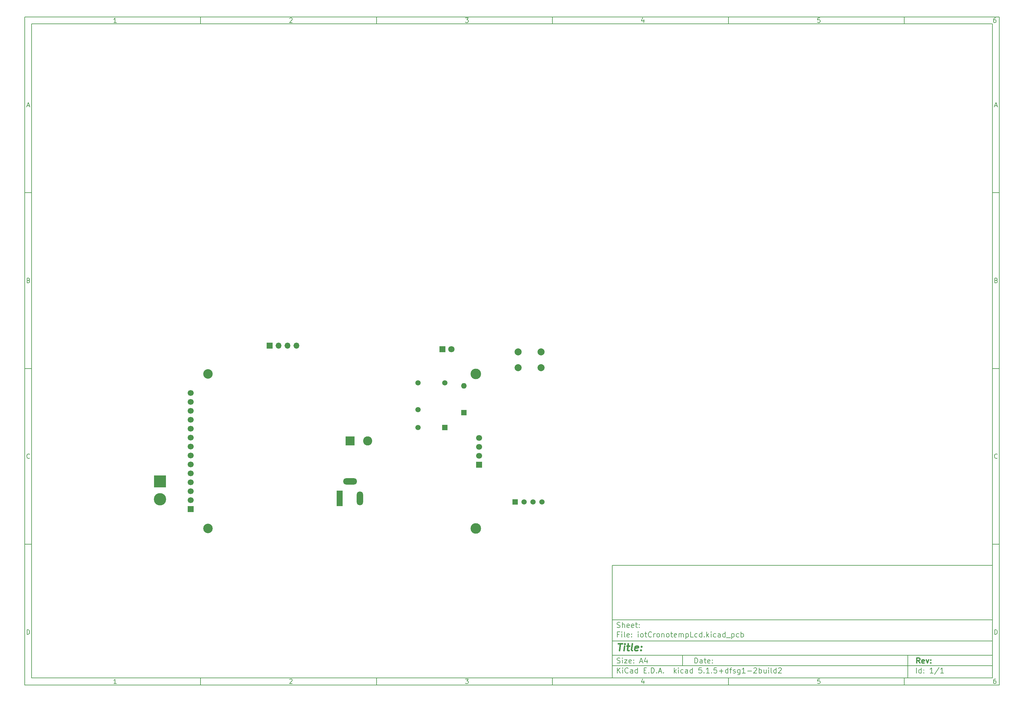
<source format=gbr>
%TF.GenerationSoftware,KiCad,Pcbnew,5.1.5+dfsg1-2build2*%
%TF.CreationDate,2021-01-19T23:04:30+01:00*%
%TF.ProjectId,iotCronotempLcd,696f7443-726f-46e6-9f74-656d704c6364,rev?*%
%TF.SameCoordinates,Original*%
%TF.FileFunction,Soldermask,Bot*%
%TF.FilePolarity,Negative*%
%FSLAX46Y46*%
G04 Gerber Fmt 4.6, Leading zero omitted, Abs format (unit mm)*
G04 Created by KiCad (PCBNEW 5.1.5+dfsg1-2build2) date 2021-01-19 23:04:30*
%MOMM*%
%LPD*%
G04 APERTURE LIST*
%ADD10C,0.100000*%
%ADD11C,0.150000*%
%ADD12C,0.300000*%
%ADD13C,0.400000*%
%ADD14C,1.700000*%
%ADD15R,1.700000X1.700000*%
%ADD16C,3.000000*%
%ADD17C,2.700000*%
%ADD18C,2.600000*%
%ADD19R,2.600000X2.600000*%
%ADD20C,1.500000*%
%ADD21R,1.500000X1.500000*%
%ADD22O,1.700000X1.700000*%
%ADD23O,1.600000X1.600000*%
%ADD24R,1.600000X1.600000*%
%ADD25C,1.800000*%
%ADD26R,1.800000X1.800000*%
%ADD27C,1.501140*%
%ADD28R,1.501140X1.501140*%
%ADD29C,2.000000*%
%ADD30C,3.500120*%
%ADD31R,3.500120X3.500120*%
%ADD32R,1.800000X4.400000*%
%ADD33O,1.800000X4.000000*%
%ADD34O,4.000000X1.800000*%
G04 APERTURE END LIST*
D10*
D11*
X177002200Y-166007200D02*
X177002200Y-198007200D01*
X285002200Y-198007200D01*
X285002200Y-166007200D01*
X177002200Y-166007200D01*
D10*
D11*
X10000000Y-10000000D02*
X10000000Y-200007200D01*
X287002200Y-200007200D01*
X287002200Y-10000000D01*
X10000000Y-10000000D01*
D10*
D11*
X12000000Y-12000000D02*
X12000000Y-198007200D01*
X285002200Y-198007200D01*
X285002200Y-12000000D01*
X12000000Y-12000000D01*
D10*
D11*
X60000000Y-12000000D02*
X60000000Y-10000000D01*
D10*
D11*
X110000000Y-12000000D02*
X110000000Y-10000000D01*
D10*
D11*
X160000000Y-12000000D02*
X160000000Y-10000000D01*
D10*
D11*
X210000000Y-12000000D02*
X210000000Y-10000000D01*
D10*
D11*
X260000000Y-12000000D02*
X260000000Y-10000000D01*
D10*
D11*
X36065476Y-11588095D02*
X35322619Y-11588095D01*
X35694047Y-11588095D02*
X35694047Y-10288095D01*
X35570238Y-10473809D01*
X35446428Y-10597619D01*
X35322619Y-10659523D01*
D10*
D11*
X85322619Y-10411904D02*
X85384523Y-10350000D01*
X85508333Y-10288095D01*
X85817857Y-10288095D01*
X85941666Y-10350000D01*
X86003571Y-10411904D01*
X86065476Y-10535714D01*
X86065476Y-10659523D01*
X86003571Y-10845238D01*
X85260714Y-11588095D01*
X86065476Y-11588095D01*
D10*
D11*
X135260714Y-10288095D02*
X136065476Y-10288095D01*
X135632142Y-10783333D01*
X135817857Y-10783333D01*
X135941666Y-10845238D01*
X136003571Y-10907142D01*
X136065476Y-11030952D01*
X136065476Y-11340476D01*
X136003571Y-11464285D01*
X135941666Y-11526190D01*
X135817857Y-11588095D01*
X135446428Y-11588095D01*
X135322619Y-11526190D01*
X135260714Y-11464285D01*
D10*
D11*
X185941666Y-10721428D02*
X185941666Y-11588095D01*
X185632142Y-10226190D02*
X185322619Y-11154761D01*
X186127380Y-11154761D01*
D10*
D11*
X236003571Y-10288095D02*
X235384523Y-10288095D01*
X235322619Y-10907142D01*
X235384523Y-10845238D01*
X235508333Y-10783333D01*
X235817857Y-10783333D01*
X235941666Y-10845238D01*
X236003571Y-10907142D01*
X236065476Y-11030952D01*
X236065476Y-11340476D01*
X236003571Y-11464285D01*
X235941666Y-11526190D01*
X235817857Y-11588095D01*
X235508333Y-11588095D01*
X235384523Y-11526190D01*
X235322619Y-11464285D01*
D10*
D11*
X285941666Y-10288095D02*
X285694047Y-10288095D01*
X285570238Y-10350000D01*
X285508333Y-10411904D01*
X285384523Y-10597619D01*
X285322619Y-10845238D01*
X285322619Y-11340476D01*
X285384523Y-11464285D01*
X285446428Y-11526190D01*
X285570238Y-11588095D01*
X285817857Y-11588095D01*
X285941666Y-11526190D01*
X286003571Y-11464285D01*
X286065476Y-11340476D01*
X286065476Y-11030952D01*
X286003571Y-10907142D01*
X285941666Y-10845238D01*
X285817857Y-10783333D01*
X285570238Y-10783333D01*
X285446428Y-10845238D01*
X285384523Y-10907142D01*
X285322619Y-11030952D01*
D10*
D11*
X60000000Y-198007200D02*
X60000000Y-200007200D01*
D10*
D11*
X110000000Y-198007200D02*
X110000000Y-200007200D01*
D10*
D11*
X160000000Y-198007200D02*
X160000000Y-200007200D01*
D10*
D11*
X210000000Y-198007200D02*
X210000000Y-200007200D01*
D10*
D11*
X260000000Y-198007200D02*
X260000000Y-200007200D01*
D10*
D11*
X36065476Y-199595295D02*
X35322619Y-199595295D01*
X35694047Y-199595295D02*
X35694047Y-198295295D01*
X35570238Y-198481009D01*
X35446428Y-198604819D01*
X35322619Y-198666723D01*
D10*
D11*
X85322619Y-198419104D02*
X85384523Y-198357200D01*
X85508333Y-198295295D01*
X85817857Y-198295295D01*
X85941666Y-198357200D01*
X86003571Y-198419104D01*
X86065476Y-198542914D01*
X86065476Y-198666723D01*
X86003571Y-198852438D01*
X85260714Y-199595295D01*
X86065476Y-199595295D01*
D10*
D11*
X135260714Y-198295295D02*
X136065476Y-198295295D01*
X135632142Y-198790533D01*
X135817857Y-198790533D01*
X135941666Y-198852438D01*
X136003571Y-198914342D01*
X136065476Y-199038152D01*
X136065476Y-199347676D01*
X136003571Y-199471485D01*
X135941666Y-199533390D01*
X135817857Y-199595295D01*
X135446428Y-199595295D01*
X135322619Y-199533390D01*
X135260714Y-199471485D01*
D10*
D11*
X185941666Y-198728628D02*
X185941666Y-199595295D01*
X185632142Y-198233390D02*
X185322619Y-199161961D01*
X186127380Y-199161961D01*
D10*
D11*
X236003571Y-198295295D02*
X235384523Y-198295295D01*
X235322619Y-198914342D01*
X235384523Y-198852438D01*
X235508333Y-198790533D01*
X235817857Y-198790533D01*
X235941666Y-198852438D01*
X236003571Y-198914342D01*
X236065476Y-199038152D01*
X236065476Y-199347676D01*
X236003571Y-199471485D01*
X235941666Y-199533390D01*
X235817857Y-199595295D01*
X235508333Y-199595295D01*
X235384523Y-199533390D01*
X235322619Y-199471485D01*
D10*
D11*
X285941666Y-198295295D02*
X285694047Y-198295295D01*
X285570238Y-198357200D01*
X285508333Y-198419104D01*
X285384523Y-198604819D01*
X285322619Y-198852438D01*
X285322619Y-199347676D01*
X285384523Y-199471485D01*
X285446428Y-199533390D01*
X285570238Y-199595295D01*
X285817857Y-199595295D01*
X285941666Y-199533390D01*
X286003571Y-199471485D01*
X286065476Y-199347676D01*
X286065476Y-199038152D01*
X286003571Y-198914342D01*
X285941666Y-198852438D01*
X285817857Y-198790533D01*
X285570238Y-198790533D01*
X285446428Y-198852438D01*
X285384523Y-198914342D01*
X285322619Y-199038152D01*
D10*
D11*
X10000000Y-60000000D02*
X12000000Y-60000000D01*
D10*
D11*
X10000000Y-110000000D02*
X12000000Y-110000000D01*
D10*
D11*
X10000000Y-160000000D02*
X12000000Y-160000000D01*
D10*
D11*
X10690476Y-35216666D02*
X11309523Y-35216666D01*
X10566666Y-35588095D02*
X11000000Y-34288095D01*
X11433333Y-35588095D01*
D10*
D11*
X11092857Y-84907142D02*
X11278571Y-84969047D01*
X11340476Y-85030952D01*
X11402380Y-85154761D01*
X11402380Y-85340476D01*
X11340476Y-85464285D01*
X11278571Y-85526190D01*
X11154761Y-85588095D01*
X10659523Y-85588095D01*
X10659523Y-84288095D01*
X11092857Y-84288095D01*
X11216666Y-84350000D01*
X11278571Y-84411904D01*
X11340476Y-84535714D01*
X11340476Y-84659523D01*
X11278571Y-84783333D01*
X11216666Y-84845238D01*
X11092857Y-84907142D01*
X10659523Y-84907142D01*
D10*
D11*
X11402380Y-135464285D02*
X11340476Y-135526190D01*
X11154761Y-135588095D01*
X11030952Y-135588095D01*
X10845238Y-135526190D01*
X10721428Y-135402380D01*
X10659523Y-135278571D01*
X10597619Y-135030952D01*
X10597619Y-134845238D01*
X10659523Y-134597619D01*
X10721428Y-134473809D01*
X10845238Y-134350000D01*
X11030952Y-134288095D01*
X11154761Y-134288095D01*
X11340476Y-134350000D01*
X11402380Y-134411904D01*
D10*
D11*
X10659523Y-185588095D02*
X10659523Y-184288095D01*
X10969047Y-184288095D01*
X11154761Y-184350000D01*
X11278571Y-184473809D01*
X11340476Y-184597619D01*
X11402380Y-184845238D01*
X11402380Y-185030952D01*
X11340476Y-185278571D01*
X11278571Y-185402380D01*
X11154761Y-185526190D01*
X10969047Y-185588095D01*
X10659523Y-185588095D01*
D10*
D11*
X287002200Y-60000000D02*
X285002200Y-60000000D01*
D10*
D11*
X287002200Y-110000000D02*
X285002200Y-110000000D01*
D10*
D11*
X287002200Y-160000000D02*
X285002200Y-160000000D01*
D10*
D11*
X285692676Y-35216666D02*
X286311723Y-35216666D01*
X285568866Y-35588095D02*
X286002200Y-34288095D01*
X286435533Y-35588095D01*
D10*
D11*
X286095057Y-84907142D02*
X286280771Y-84969047D01*
X286342676Y-85030952D01*
X286404580Y-85154761D01*
X286404580Y-85340476D01*
X286342676Y-85464285D01*
X286280771Y-85526190D01*
X286156961Y-85588095D01*
X285661723Y-85588095D01*
X285661723Y-84288095D01*
X286095057Y-84288095D01*
X286218866Y-84350000D01*
X286280771Y-84411904D01*
X286342676Y-84535714D01*
X286342676Y-84659523D01*
X286280771Y-84783333D01*
X286218866Y-84845238D01*
X286095057Y-84907142D01*
X285661723Y-84907142D01*
D10*
D11*
X286404580Y-135464285D02*
X286342676Y-135526190D01*
X286156961Y-135588095D01*
X286033152Y-135588095D01*
X285847438Y-135526190D01*
X285723628Y-135402380D01*
X285661723Y-135278571D01*
X285599819Y-135030952D01*
X285599819Y-134845238D01*
X285661723Y-134597619D01*
X285723628Y-134473809D01*
X285847438Y-134350000D01*
X286033152Y-134288095D01*
X286156961Y-134288095D01*
X286342676Y-134350000D01*
X286404580Y-134411904D01*
D10*
D11*
X285661723Y-185588095D02*
X285661723Y-184288095D01*
X285971247Y-184288095D01*
X286156961Y-184350000D01*
X286280771Y-184473809D01*
X286342676Y-184597619D01*
X286404580Y-184845238D01*
X286404580Y-185030952D01*
X286342676Y-185278571D01*
X286280771Y-185402380D01*
X286156961Y-185526190D01*
X285971247Y-185588095D01*
X285661723Y-185588095D01*
D10*
D11*
X200434342Y-193785771D02*
X200434342Y-192285771D01*
X200791485Y-192285771D01*
X201005771Y-192357200D01*
X201148628Y-192500057D01*
X201220057Y-192642914D01*
X201291485Y-192928628D01*
X201291485Y-193142914D01*
X201220057Y-193428628D01*
X201148628Y-193571485D01*
X201005771Y-193714342D01*
X200791485Y-193785771D01*
X200434342Y-193785771D01*
X202577200Y-193785771D02*
X202577200Y-193000057D01*
X202505771Y-192857200D01*
X202362914Y-192785771D01*
X202077200Y-192785771D01*
X201934342Y-192857200D01*
X202577200Y-193714342D02*
X202434342Y-193785771D01*
X202077200Y-193785771D01*
X201934342Y-193714342D01*
X201862914Y-193571485D01*
X201862914Y-193428628D01*
X201934342Y-193285771D01*
X202077200Y-193214342D01*
X202434342Y-193214342D01*
X202577200Y-193142914D01*
X203077200Y-192785771D02*
X203648628Y-192785771D01*
X203291485Y-192285771D02*
X203291485Y-193571485D01*
X203362914Y-193714342D01*
X203505771Y-193785771D01*
X203648628Y-193785771D01*
X204720057Y-193714342D02*
X204577200Y-193785771D01*
X204291485Y-193785771D01*
X204148628Y-193714342D01*
X204077200Y-193571485D01*
X204077200Y-193000057D01*
X204148628Y-192857200D01*
X204291485Y-192785771D01*
X204577200Y-192785771D01*
X204720057Y-192857200D01*
X204791485Y-193000057D01*
X204791485Y-193142914D01*
X204077200Y-193285771D01*
X205434342Y-193642914D02*
X205505771Y-193714342D01*
X205434342Y-193785771D01*
X205362914Y-193714342D01*
X205434342Y-193642914D01*
X205434342Y-193785771D01*
X205434342Y-192857200D02*
X205505771Y-192928628D01*
X205434342Y-193000057D01*
X205362914Y-192928628D01*
X205434342Y-192857200D01*
X205434342Y-193000057D01*
D10*
D11*
X177002200Y-194507200D02*
X285002200Y-194507200D01*
D10*
D11*
X178434342Y-196585771D02*
X178434342Y-195085771D01*
X179291485Y-196585771D02*
X178648628Y-195728628D01*
X179291485Y-195085771D02*
X178434342Y-195942914D01*
X179934342Y-196585771D02*
X179934342Y-195585771D01*
X179934342Y-195085771D02*
X179862914Y-195157200D01*
X179934342Y-195228628D01*
X180005771Y-195157200D01*
X179934342Y-195085771D01*
X179934342Y-195228628D01*
X181505771Y-196442914D02*
X181434342Y-196514342D01*
X181220057Y-196585771D01*
X181077200Y-196585771D01*
X180862914Y-196514342D01*
X180720057Y-196371485D01*
X180648628Y-196228628D01*
X180577200Y-195942914D01*
X180577200Y-195728628D01*
X180648628Y-195442914D01*
X180720057Y-195300057D01*
X180862914Y-195157200D01*
X181077200Y-195085771D01*
X181220057Y-195085771D01*
X181434342Y-195157200D01*
X181505771Y-195228628D01*
X182791485Y-196585771D02*
X182791485Y-195800057D01*
X182720057Y-195657200D01*
X182577200Y-195585771D01*
X182291485Y-195585771D01*
X182148628Y-195657200D01*
X182791485Y-196514342D02*
X182648628Y-196585771D01*
X182291485Y-196585771D01*
X182148628Y-196514342D01*
X182077200Y-196371485D01*
X182077200Y-196228628D01*
X182148628Y-196085771D01*
X182291485Y-196014342D01*
X182648628Y-196014342D01*
X182791485Y-195942914D01*
X184148628Y-196585771D02*
X184148628Y-195085771D01*
X184148628Y-196514342D02*
X184005771Y-196585771D01*
X183720057Y-196585771D01*
X183577200Y-196514342D01*
X183505771Y-196442914D01*
X183434342Y-196300057D01*
X183434342Y-195871485D01*
X183505771Y-195728628D01*
X183577200Y-195657200D01*
X183720057Y-195585771D01*
X184005771Y-195585771D01*
X184148628Y-195657200D01*
X186005771Y-195800057D02*
X186505771Y-195800057D01*
X186720057Y-196585771D02*
X186005771Y-196585771D01*
X186005771Y-195085771D01*
X186720057Y-195085771D01*
X187362914Y-196442914D02*
X187434342Y-196514342D01*
X187362914Y-196585771D01*
X187291485Y-196514342D01*
X187362914Y-196442914D01*
X187362914Y-196585771D01*
X188077200Y-196585771D02*
X188077200Y-195085771D01*
X188434342Y-195085771D01*
X188648628Y-195157200D01*
X188791485Y-195300057D01*
X188862914Y-195442914D01*
X188934342Y-195728628D01*
X188934342Y-195942914D01*
X188862914Y-196228628D01*
X188791485Y-196371485D01*
X188648628Y-196514342D01*
X188434342Y-196585771D01*
X188077200Y-196585771D01*
X189577200Y-196442914D02*
X189648628Y-196514342D01*
X189577200Y-196585771D01*
X189505771Y-196514342D01*
X189577200Y-196442914D01*
X189577200Y-196585771D01*
X190220057Y-196157200D02*
X190934342Y-196157200D01*
X190077200Y-196585771D02*
X190577200Y-195085771D01*
X191077200Y-196585771D01*
X191577200Y-196442914D02*
X191648628Y-196514342D01*
X191577200Y-196585771D01*
X191505771Y-196514342D01*
X191577200Y-196442914D01*
X191577200Y-196585771D01*
X194577200Y-196585771D02*
X194577200Y-195085771D01*
X194720057Y-196014342D02*
X195148628Y-196585771D01*
X195148628Y-195585771D02*
X194577200Y-196157200D01*
X195791485Y-196585771D02*
X195791485Y-195585771D01*
X195791485Y-195085771D02*
X195720057Y-195157200D01*
X195791485Y-195228628D01*
X195862914Y-195157200D01*
X195791485Y-195085771D01*
X195791485Y-195228628D01*
X197148628Y-196514342D02*
X197005771Y-196585771D01*
X196720057Y-196585771D01*
X196577200Y-196514342D01*
X196505771Y-196442914D01*
X196434342Y-196300057D01*
X196434342Y-195871485D01*
X196505771Y-195728628D01*
X196577200Y-195657200D01*
X196720057Y-195585771D01*
X197005771Y-195585771D01*
X197148628Y-195657200D01*
X198434342Y-196585771D02*
X198434342Y-195800057D01*
X198362914Y-195657200D01*
X198220057Y-195585771D01*
X197934342Y-195585771D01*
X197791485Y-195657200D01*
X198434342Y-196514342D02*
X198291485Y-196585771D01*
X197934342Y-196585771D01*
X197791485Y-196514342D01*
X197720057Y-196371485D01*
X197720057Y-196228628D01*
X197791485Y-196085771D01*
X197934342Y-196014342D01*
X198291485Y-196014342D01*
X198434342Y-195942914D01*
X199791485Y-196585771D02*
X199791485Y-195085771D01*
X199791485Y-196514342D02*
X199648628Y-196585771D01*
X199362914Y-196585771D01*
X199220057Y-196514342D01*
X199148628Y-196442914D01*
X199077200Y-196300057D01*
X199077200Y-195871485D01*
X199148628Y-195728628D01*
X199220057Y-195657200D01*
X199362914Y-195585771D01*
X199648628Y-195585771D01*
X199791485Y-195657200D01*
X202362914Y-195085771D02*
X201648628Y-195085771D01*
X201577200Y-195800057D01*
X201648628Y-195728628D01*
X201791485Y-195657200D01*
X202148628Y-195657200D01*
X202291485Y-195728628D01*
X202362914Y-195800057D01*
X202434342Y-195942914D01*
X202434342Y-196300057D01*
X202362914Y-196442914D01*
X202291485Y-196514342D01*
X202148628Y-196585771D01*
X201791485Y-196585771D01*
X201648628Y-196514342D01*
X201577200Y-196442914D01*
X203077200Y-196442914D02*
X203148628Y-196514342D01*
X203077200Y-196585771D01*
X203005771Y-196514342D01*
X203077200Y-196442914D01*
X203077200Y-196585771D01*
X204577200Y-196585771D02*
X203720057Y-196585771D01*
X204148628Y-196585771D02*
X204148628Y-195085771D01*
X204005771Y-195300057D01*
X203862914Y-195442914D01*
X203720057Y-195514342D01*
X205220057Y-196442914D02*
X205291485Y-196514342D01*
X205220057Y-196585771D01*
X205148628Y-196514342D01*
X205220057Y-196442914D01*
X205220057Y-196585771D01*
X206648628Y-195085771D02*
X205934342Y-195085771D01*
X205862914Y-195800057D01*
X205934342Y-195728628D01*
X206077200Y-195657200D01*
X206434342Y-195657200D01*
X206577200Y-195728628D01*
X206648628Y-195800057D01*
X206720057Y-195942914D01*
X206720057Y-196300057D01*
X206648628Y-196442914D01*
X206577200Y-196514342D01*
X206434342Y-196585771D01*
X206077200Y-196585771D01*
X205934342Y-196514342D01*
X205862914Y-196442914D01*
X207362914Y-196014342D02*
X208505771Y-196014342D01*
X207934342Y-196585771D02*
X207934342Y-195442914D01*
X209862914Y-196585771D02*
X209862914Y-195085771D01*
X209862914Y-196514342D02*
X209720057Y-196585771D01*
X209434342Y-196585771D01*
X209291485Y-196514342D01*
X209220057Y-196442914D01*
X209148628Y-196300057D01*
X209148628Y-195871485D01*
X209220057Y-195728628D01*
X209291485Y-195657200D01*
X209434342Y-195585771D01*
X209720057Y-195585771D01*
X209862914Y-195657200D01*
X210362914Y-195585771D02*
X210934342Y-195585771D01*
X210577200Y-196585771D02*
X210577200Y-195300057D01*
X210648628Y-195157200D01*
X210791485Y-195085771D01*
X210934342Y-195085771D01*
X211362914Y-196514342D02*
X211505771Y-196585771D01*
X211791485Y-196585771D01*
X211934342Y-196514342D01*
X212005771Y-196371485D01*
X212005771Y-196300057D01*
X211934342Y-196157200D01*
X211791485Y-196085771D01*
X211577200Y-196085771D01*
X211434342Y-196014342D01*
X211362914Y-195871485D01*
X211362914Y-195800057D01*
X211434342Y-195657200D01*
X211577200Y-195585771D01*
X211791485Y-195585771D01*
X211934342Y-195657200D01*
X213291485Y-195585771D02*
X213291485Y-196800057D01*
X213220057Y-196942914D01*
X213148628Y-197014342D01*
X213005771Y-197085771D01*
X212791485Y-197085771D01*
X212648628Y-197014342D01*
X213291485Y-196514342D02*
X213148628Y-196585771D01*
X212862914Y-196585771D01*
X212720057Y-196514342D01*
X212648628Y-196442914D01*
X212577200Y-196300057D01*
X212577200Y-195871485D01*
X212648628Y-195728628D01*
X212720057Y-195657200D01*
X212862914Y-195585771D01*
X213148628Y-195585771D01*
X213291485Y-195657200D01*
X214791485Y-196585771D02*
X213934342Y-196585771D01*
X214362914Y-196585771D02*
X214362914Y-195085771D01*
X214220057Y-195300057D01*
X214077200Y-195442914D01*
X213934342Y-195514342D01*
X215434342Y-196014342D02*
X216577200Y-196014342D01*
X217220057Y-195228628D02*
X217291485Y-195157200D01*
X217434342Y-195085771D01*
X217791485Y-195085771D01*
X217934342Y-195157200D01*
X218005771Y-195228628D01*
X218077200Y-195371485D01*
X218077200Y-195514342D01*
X218005771Y-195728628D01*
X217148628Y-196585771D01*
X218077200Y-196585771D01*
X218720057Y-196585771D02*
X218720057Y-195085771D01*
X218720057Y-195657200D02*
X218862914Y-195585771D01*
X219148628Y-195585771D01*
X219291485Y-195657200D01*
X219362914Y-195728628D01*
X219434342Y-195871485D01*
X219434342Y-196300057D01*
X219362914Y-196442914D01*
X219291485Y-196514342D01*
X219148628Y-196585771D01*
X218862914Y-196585771D01*
X218720057Y-196514342D01*
X220720057Y-195585771D02*
X220720057Y-196585771D01*
X220077200Y-195585771D02*
X220077200Y-196371485D01*
X220148628Y-196514342D01*
X220291485Y-196585771D01*
X220505771Y-196585771D01*
X220648628Y-196514342D01*
X220720057Y-196442914D01*
X221434342Y-196585771D02*
X221434342Y-195585771D01*
X221434342Y-195085771D02*
X221362914Y-195157200D01*
X221434342Y-195228628D01*
X221505771Y-195157200D01*
X221434342Y-195085771D01*
X221434342Y-195228628D01*
X222362914Y-196585771D02*
X222220057Y-196514342D01*
X222148628Y-196371485D01*
X222148628Y-195085771D01*
X223577200Y-196585771D02*
X223577200Y-195085771D01*
X223577200Y-196514342D02*
X223434342Y-196585771D01*
X223148628Y-196585771D01*
X223005771Y-196514342D01*
X222934342Y-196442914D01*
X222862914Y-196300057D01*
X222862914Y-195871485D01*
X222934342Y-195728628D01*
X223005771Y-195657200D01*
X223148628Y-195585771D01*
X223434342Y-195585771D01*
X223577200Y-195657200D01*
X224220057Y-195228628D02*
X224291485Y-195157200D01*
X224434342Y-195085771D01*
X224791485Y-195085771D01*
X224934342Y-195157200D01*
X225005771Y-195228628D01*
X225077200Y-195371485D01*
X225077200Y-195514342D01*
X225005771Y-195728628D01*
X224148628Y-196585771D01*
X225077200Y-196585771D01*
D10*
D11*
X177002200Y-191507200D02*
X285002200Y-191507200D01*
D10*
D12*
X264411485Y-193785771D02*
X263911485Y-193071485D01*
X263554342Y-193785771D02*
X263554342Y-192285771D01*
X264125771Y-192285771D01*
X264268628Y-192357200D01*
X264340057Y-192428628D01*
X264411485Y-192571485D01*
X264411485Y-192785771D01*
X264340057Y-192928628D01*
X264268628Y-193000057D01*
X264125771Y-193071485D01*
X263554342Y-193071485D01*
X265625771Y-193714342D02*
X265482914Y-193785771D01*
X265197200Y-193785771D01*
X265054342Y-193714342D01*
X264982914Y-193571485D01*
X264982914Y-193000057D01*
X265054342Y-192857200D01*
X265197200Y-192785771D01*
X265482914Y-192785771D01*
X265625771Y-192857200D01*
X265697200Y-193000057D01*
X265697200Y-193142914D01*
X264982914Y-193285771D01*
X266197200Y-192785771D02*
X266554342Y-193785771D01*
X266911485Y-192785771D01*
X267482914Y-193642914D02*
X267554342Y-193714342D01*
X267482914Y-193785771D01*
X267411485Y-193714342D01*
X267482914Y-193642914D01*
X267482914Y-193785771D01*
X267482914Y-192857200D02*
X267554342Y-192928628D01*
X267482914Y-193000057D01*
X267411485Y-192928628D01*
X267482914Y-192857200D01*
X267482914Y-193000057D01*
D10*
D11*
X178362914Y-193714342D02*
X178577200Y-193785771D01*
X178934342Y-193785771D01*
X179077200Y-193714342D01*
X179148628Y-193642914D01*
X179220057Y-193500057D01*
X179220057Y-193357200D01*
X179148628Y-193214342D01*
X179077200Y-193142914D01*
X178934342Y-193071485D01*
X178648628Y-193000057D01*
X178505771Y-192928628D01*
X178434342Y-192857200D01*
X178362914Y-192714342D01*
X178362914Y-192571485D01*
X178434342Y-192428628D01*
X178505771Y-192357200D01*
X178648628Y-192285771D01*
X179005771Y-192285771D01*
X179220057Y-192357200D01*
X179862914Y-193785771D02*
X179862914Y-192785771D01*
X179862914Y-192285771D02*
X179791485Y-192357200D01*
X179862914Y-192428628D01*
X179934342Y-192357200D01*
X179862914Y-192285771D01*
X179862914Y-192428628D01*
X180434342Y-192785771D02*
X181220057Y-192785771D01*
X180434342Y-193785771D01*
X181220057Y-193785771D01*
X182362914Y-193714342D02*
X182220057Y-193785771D01*
X181934342Y-193785771D01*
X181791485Y-193714342D01*
X181720057Y-193571485D01*
X181720057Y-193000057D01*
X181791485Y-192857200D01*
X181934342Y-192785771D01*
X182220057Y-192785771D01*
X182362914Y-192857200D01*
X182434342Y-193000057D01*
X182434342Y-193142914D01*
X181720057Y-193285771D01*
X183077200Y-193642914D02*
X183148628Y-193714342D01*
X183077200Y-193785771D01*
X183005771Y-193714342D01*
X183077200Y-193642914D01*
X183077200Y-193785771D01*
X183077200Y-192857200D02*
X183148628Y-192928628D01*
X183077200Y-193000057D01*
X183005771Y-192928628D01*
X183077200Y-192857200D01*
X183077200Y-193000057D01*
X184862914Y-193357200D02*
X185577200Y-193357200D01*
X184720057Y-193785771D02*
X185220057Y-192285771D01*
X185720057Y-193785771D01*
X186862914Y-192785771D02*
X186862914Y-193785771D01*
X186505771Y-192214342D02*
X186148628Y-193285771D01*
X187077200Y-193285771D01*
D10*
D11*
X263434342Y-196585771D02*
X263434342Y-195085771D01*
X264791485Y-196585771D02*
X264791485Y-195085771D01*
X264791485Y-196514342D02*
X264648628Y-196585771D01*
X264362914Y-196585771D01*
X264220057Y-196514342D01*
X264148628Y-196442914D01*
X264077200Y-196300057D01*
X264077200Y-195871485D01*
X264148628Y-195728628D01*
X264220057Y-195657200D01*
X264362914Y-195585771D01*
X264648628Y-195585771D01*
X264791485Y-195657200D01*
X265505771Y-196442914D02*
X265577200Y-196514342D01*
X265505771Y-196585771D01*
X265434342Y-196514342D01*
X265505771Y-196442914D01*
X265505771Y-196585771D01*
X265505771Y-195657200D02*
X265577200Y-195728628D01*
X265505771Y-195800057D01*
X265434342Y-195728628D01*
X265505771Y-195657200D01*
X265505771Y-195800057D01*
X268148628Y-196585771D02*
X267291485Y-196585771D01*
X267720057Y-196585771D02*
X267720057Y-195085771D01*
X267577200Y-195300057D01*
X267434342Y-195442914D01*
X267291485Y-195514342D01*
X269862914Y-195014342D02*
X268577200Y-196942914D01*
X271148628Y-196585771D02*
X270291485Y-196585771D01*
X270720057Y-196585771D02*
X270720057Y-195085771D01*
X270577200Y-195300057D01*
X270434342Y-195442914D01*
X270291485Y-195514342D01*
D10*
D11*
X177002200Y-187507200D02*
X285002200Y-187507200D01*
D10*
D13*
X178714580Y-188211961D02*
X179857438Y-188211961D01*
X179036009Y-190211961D02*
X179286009Y-188211961D01*
X180274104Y-190211961D02*
X180440771Y-188878628D01*
X180524104Y-188211961D02*
X180416961Y-188307200D01*
X180500295Y-188402438D01*
X180607438Y-188307200D01*
X180524104Y-188211961D01*
X180500295Y-188402438D01*
X181107438Y-188878628D02*
X181869342Y-188878628D01*
X181476485Y-188211961D02*
X181262200Y-189926247D01*
X181333628Y-190116723D01*
X181512200Y-190211961D01*
X181702676Y-190211961D01*
X182655057Y-190211961D02*
X182476485Y-190116723D01*
X182405057Y-189926247D01*
X182619342Y-188211961D01*
X184190771Y-190116723D02*
X183988390Y-190211961D01*
X183607438Y-190211961D01*
X183428866Y-190116723D01*
X183357438Y-189926247D01*
X183452676Y-189164342D01*
X183571723Y-188973866D01*
X183774104Y-188878628D01*
X184155057Y-188878628D01*
X184333628Y-188973866D01*
X184405057Y-189164342D01*
X184381247Y-189354819D01*
X183405057Y-189545295D01*
X185155057Y-190021485D02*
X185238390Y-190116723D01*
X185131247Y-190211961D01*
X185047914Y-190116723D01*
X185155057Y-190021485D01*
X185131247Y-190211961D01*
X185286009Y-188973866D02*
X185369342Y-189069104D01*
X185262200Y-189164342D01*
X185178866Y-189069104D01*
X185286009Y-188973866D01*
X185262200Y-189164342D01*
D10*
D11*
X178934342Y-185600057D02*
X178434342Y-185600057D01*
X178434342Y-186385771D02*
X178434342Y-184885771D01*
X179148628Y-184885771D01*
X179720057Y-186385771D02*
X179720057Y-185385771D01*
X179720057Y-184885771D02*
X179648628Y-184957200D01*
X179720057Y-185028628D01*
X179791485Y-184957200D01*
X179720057Y-184885771D01*
X179720057Y-185028628D01*
X180648628Y-186385771D02*
X180505771Y-186314342D01*
X180434342Y-186171485D01*
X180434342Y-184885771D01*
X181791485Y-186314342D02*
X181648628Y-186385771D01*
X181362914Y-186385771D01*
X181220057Y-186314342D01*
X181148628Y-186171485D01*
X181148628Y-185600057D01*
X181220057Y-185457200D01*
X181362914Y-185385771D01*
X181648628Y-185385771D01*
X181791485Y-185457200D01*
X181862914Y-185600057D01*
X181862914Y-185742914D01*
X181148628Y-185885771D01*
X182505771Y-186242914D02*
X182577200Y-186314342D01*
X182505771Y-186385771D01*
X182434342Y-186314342D01*
X182505771Y-186242914D01*
X182505771Y-186385771D01*
X182505771Y-185457200D02*
X182577200Y-185528628D01*
X182505771Y-185600057D01*
X182434342Y-185528628D01*
X182505771Y-185457200D01*
X182505771Y-185600057D01*
X184362914Y-186385771D02*
X184362914Y-185385771D01*
X184362914Y-184885771D02*
X184291485Y-184957200D01*
X184362914Y-185028628D01*
X184434342Y-184957200D01*
X184362914Y-184885771D01*
X184362914Y-185028628D01*
X185291485Y-186385771D02*
X185148628Y-186314342D01*
X185077200Y-186242914D01*
X185005771Y-186100057D01*
X185005771Y-185671485D01*
X185077200Y-185528628D01*
X185148628Y-185457200D01*
X185291485Y-185385771D01*
X185505771Y-185385771D01*
X185648628Y-185457200D01*
X185720057Y-185528628D01*
X185791485Y-185671485D01*
X185791485Y-186100057D01*
X185720057Y-186242914D01*
X185648628Y-186314342D01*
X185505771Y-186385771D01*
X185291485Y-186385771D01*
X186220057Y-185385771D02*
X186791485Y-185385771D01*
X186434342Y-184885771D02*
X186434342Y-186171485D01*
X186505771Y-186314342D01*
X186648628Y-186385771D01*
X186791485Y-186385771D01*
X188148628Y-186242914D02*
X188077200Y-186314342D01*
X187862914Y-186385771D01*
X187720057Y-186385771D01*
X187505771Y-186314342D01*
X187362914Y-186171485D01*
X187291485Y-186028628D01*
X187220057Y-185742914D01*
X187220057Y-185528628D01*
X187291485Y-185242914D01*
X187362914Y-185100057D01*
X187505771Y-184957200D01*
X187720057Y-184885771D01*
X187862914Y-184885771D01*
X188077200Y-184957200D01*
X188148628Y-185028628D01*
X188791485Y-186385771D02*
X188791485Y-185385771D01*
X188791485Y-185671485D02*
X188862914Y-185528628D01*
X188934342Y-185457200D01*
X189077200Y-185385771D01*
X189220057Y-185385771D01*
X189934342Y-186385771D02*
X189791485Y-186314342D01*
X189720057Y-186242914D01*
X189648628Y-186100057D01*
X189648628Y-185671485D01*
X189720057Y-185528628D01*
X189791485Y-185457200D01*
X189934342Y-185385771D01*
X190148628Y-185385771D01*
X190291485Y-185457200D01*
X190362914Y-185528628D01*
X190434342Y-185671485D01*
X190434342Y-186100057D01*
X190362914Y-186242914D01*
X190291485Y-186314342D01*
X190148628Y-186385771D01*
X189934342Y-186385771D01*
X191077200Y-185385771D02*
X191077200Y-186385771D01*
X191077200Y-185528628D02*
X191148628Y-185457200D01*
X191291485Y-185385771D01*
X191505771Y-185385771D01*
X191648628Y-185457200D01*
X191720057Y-185600057D01*
X191720057Y-186385771D01*
X192648628Y-186385771D02*
X192505771Y-186314342D01*
X192434342Y-186242914D01*
X192362914Y-186100057D01*
X192362914Y-185671485D01*
X192434342Y-185528628D01*
X192505771Y-185457200D01*
X192648628Y-185385771D01*
X192862914Y-185385771D01*
X193005771Y-185457200D01*
X193077200Y-185528628D01*
X193148628Y-185671485D01*
X193148628Y-186100057D01*
X193077200Y-186242914D01*
X193005771Y-186314342D01*
X192862914Y-186385771D01*
X192648628Y-186385771D01*
X193577200Y-185385771D02*
X194148628Y-185385771D01*
X193791485Y-184885771D02*
X193791485Y-186171485D01*
X193862914Y-186314342D01*
X194005771Y-186385771D01*
X194148628Y-186385771D01*
X195220057Y-186314342D02*
X195077200Y-186385771D01*
X194791485Y-186385771D01*
X194648628Y-186314342D01*
X194577200Y-186171485D01*
X194577200Y-185600057D01*
X194648628Y-185457200D01*
X194791485Y-185385771D01*
X195077200Y-185385771D01*
X195220057Y-185457200D01*
X195291485Y-185600057D01*
X195291485Y-185742914D01*
X194577200Y-185885771D01*
X195934342Y-186385771D02*
X195934342Y-185385771D01*
X195934342Y-185528628D02*
X196005771Y-185457200D01*
X196148628Y-185385771D01*
X196362914Y-185385771D01*
X196505771Y-185457200D01*
X196577200Y-185600057D01*
X196577200Y-186385771D01*
X196577200Y-185600057D02*
X196648628Y-185457200D01*
X196791485Y-185385771D01*
X197005771Y-185385771D01*
X197148628Y-185457200D01*
X197220057Y-185600057D01*
X197220057Y-186385771D01*
X197934342Y-185385771D02*
X197934342Y-186885771D01*
X197934342Y-185457200D02*
X198077200Y-185385771D01*
X198362914Y-185385771D01*
X198505771Y-185457200D01*
X198577200Y-185528628D01*
X198648628Y-185671485D01*
X198648628Y-186100057D01*
X198577200Y-186242914D01*
X198505771Y-186314342D01*
X198362914Y-186385771D01*
X198077200Y-186385771D01*
X197934342Y-186314342D01*
X200005771Y-186385771D02*
X199291485Y-186385771D01*
X199291485Y-184885771D01*
X201148628Y-186314342D02*
X201005771Y-186385771D01*
X200720057Y-186385771D01*
X200577200Y-186314342D01*
X200505771Y-186242914D01*
X200434342Y-186100057D01*
X200434342Y-185671485D01*
X200505771Y-185528628D01*
X200577200Y-185457200D01*
X200720057Y-185385771D01*
X201005771Y-185385771D01*
X201148628Y-185457200D01*
X202434342Y-186385771D02*
X202434342Y-184885771D01*
X202434342Y-186314342D02*
X202291485Y-186385771D01*
X202005771Y-186385771D01*
X201862914Y-186314342D01*
X201791485Y-186242914D01*
X201720057Y-186100057D01*
X201720057Y-185671485D01*
X201791485Y-185528628D01*
X201862914Y-185457200D01*
X202005771Y-185385771D01*
X202291485Y-185385771D01*
X202434342Y-185457200D01*
X203148628Y-186242914D02*
X203220057Y-186314342D01*
X203148628Y-186385771D01*
X203077200Y-186314342D01*
X203148628Y-186242914D01*
X203148628Y-186385771D01*
X203862914Y-186385771D02*
X203862914Y-184885771D01*
X204005771Y-185814342D02*
X204434342Y-186385771D01*
X204434342Y-185385771D02*
X203862914Y-185957200D01*
X205077200Y-186385771D02*
X205077200Y-185385771D01*
X205077200Y-184885771D02*
X205005771Y-184957200D01*
X205077200Y-185028628D01*
X205148628Y-184957200D01*
X205077200Y-184885771D01*
X205077200Y-185028628D01*
X206434342Y-186314342D02*
X206291485Y-186385771D01*
X206005771Y-186385771D01*
X205862914Y-186314342D01*
X205791485Y-186242914D01*
X205720057Y-186100057D01*
X205720057Y-185671485D01*
X205791485Y-185528628D01*
X205862914Y-185457200D01*
X206005771Y-185385771D01*
X206291485Y-185385771D01*
X206434342Y-185457200D01*
X207720057Y-186385771D02*
X207720057Y-185600057D01*
X207648628Y-185457200D01*
X207505771Y-185385771D01*
X207220057Y-185385771D01*
X207077200Y-185457200D01*
X207720057Y-186314342D02*
X207577200Y-186385771D01*
X207220057Y-186385771D01*
X207077200Y-186314342D01*
X207005771Y-186171485D01*
X207005771Y-186028628D01*
X207077200Y-185885771D01*
X207220057Y-185814342D01*
X207577200Y-185814342D01*
X207720057Y-185742914D01*
X209077200Y-186385771D02*
X209077200Y-184885771D01*
X209077200Y-186314342D02*
X208934342Y-186385771D01*
X208648628Y-186385771D01*
X208505771Y-186314342D01*
X208434342Y-186242914D01*
X208362914Y-186100057D01*
X208362914Y-185671485D01*
X208434342Y-185528628D01*
X208505771Y-185457200D01*
X208648628Y-185385771D01*
X208934342Y-185385771D01*
X209077200Y-185457200D01*
X209434342Y-186528628D02*
X210577200Y-186528628D01*
X210934342Y-185385771D02*
X210934342Y-186885771D01*
X210934342Y-185457200D02*
X211077200Y-185385771D01*
X211362914Y-185385771D01*
X211505771Y-185457200D01*
X211577200Y-185528628D01*
X211648628Y-185671485D01*
X211648628Y-186100057D01*
X211577200Y-186242914D01*
X211505771Y-186314342D01*
X211362914Y-186385771D01*
X211077200Y-186385771D01*
X210934342Y-186314342D01*
X212934342Y-186314342D02*
X212791485Y-186385771D01*
X212505771Y-186385771D01*
X212362914Y-186314342D01*
X212291485Y-186242914D01*
X212220057Y-186100057D01*
X212220057Y-185671485D01*
X212291485Y-185528628D01*
X212362914Y-185457200D01*
X212505771Y-185385771D01*
X212791485Y-185385771D01*
X212934342Y-185457200D01*
X213577200Y-186385771D02*
X213577200Y-184885771D01*
X213577200Y-185457200D02*
X213720057Y-185385771D01*
X214005771Y-185385771D01*
X214148628Y-185457200D01*
X214220057Y-185528628D01*
X214291485Y-185671485D01*
X214291485Y-186100057D01*
X214220057Y-186242914D01*
X214148628Y-186314342D01*
X214005771Y-186385771D01*
X213720057Y-186385771D01*
X213577200Y-186314342D01*
D10*
D11*
X177002200Y-181507200D02*
X285002200Y-181507200D01*
D10*
D11*
X178362914Y-183614342D02*
X178577200Y-183685771D01*
X178934342Y-183685771D01*
X179077200Y-183614342D01*
X179148628Y-183542914D01*
X179220057Y-183400057D01*
X179220057Y-183257200D01*
X179148628Y-183114342D01*
X179077200Y-183042914D01*
X178934342Y-182971485D01*
X178648628Y-182900057D01*
X178505771Y-182828628D01*
X178434342Y-182757200D01*
X178362914Y-182614342D01*
X178362914Y-182471485D01*
X178434342Y-182328628D01*
X178505771Y-182257200D01*
X178648628Y-182185771D01*
X179005771Y-182185771D01*
X179220057Y-182257200D01*
X179862914Y-183685771D02*
X179862914Y-182185771D01*
X180505771Y-183685771D02*
X180505771Y-182900057D01*
X180434342Y-182757200D01*
X180291485Y-182685771D01*
X180077200Y-182685771D01*
X179934342Y-182757200D01*
X179862914Y-182828628D01*
X181791485Y-183614342D02*
X181648628Y-183685771D01*
X181362914Y-183685771D01*
X181220057Y-183614342D01*
X181148628Y-183471485D01*
X181148628Y-182900057D01*
X181220057Y-182757200D01*
X181362914Y-182685771D01*
X181648628Y-182685771D01*
X181791485Y-182757200D01*
X181862914Y-182900057D01*
X181862914Y-183042914D01*
X181148628Y-183185771D01*
X183077200Y-183614342D02*
X182934342Y-183685771D01*
X182648628Y-183685771D01*
X182505771Y-183614342D01*
X182434342Y-183471485D01*
X182434342Y-182900057D01*
X182505771Y-182757200D01*
X182648628Y-182685771D01*
X182934342Y-182685771D01*
X183077200Y-182757200D01*
X183148628Y-182900057D01*
X183148628Y-183042914D01*
X182434342Y-183185771D01*
X183577200Y-182685771D02*
X184148628Y-182685771D01*
X183791485Y-182185771D02*
X183791485Y-183471485D01*
X183862914Y-183614342D01*
X184005771Y-183685771D01*
X184148628Y-183685771D01*
X184648628Y-183542914D02*
X184720057Y-183614342D01*
X184648628Y-183685771D01*
X184577200Y-183614342D01*
X184648628Y-183542914D01*
X184648628Y-183685771D01*
X184648628Y-182757200D02*
X184720057Y-182828628D01*
X184648628Y-182900057D01*
X184577200Y-182828628D01*
X184648628Y-182757200D01*
X184648628Y-182900057D01*
D10*
D11*
X197002200Y-191507200D02*
X197002200Y-194507200D01*
D10*
D11*
X261002200Y-191507200D02*
X261002200Y-198007200D01*
D14*
%TO.C,U4*%
X139180000Y-129720000D03*
X139180000Y-132260000D03*
D15*
X139180000Y-137340000D03*
D14*
X139180000Y-134800000D03*
X57200000Y-116990000D03*
X57200000Y-119530000D03*
D15*
X57200000Y-150010000D03*
D16*
X138200000Y-155500000D03*
X138200000Y-111500000D03*
D17*
X62120000Y-155500000D03*
X62120000Y-111500000D03*
D14*
X57200000Y-147470000D03*
X57200000Y-144930000D03*
X57200000Y-142390000D03*
X57200000Y-139850000D03*
X57200000Y-137310000D03*
X57200000Y-134770000D03*
X57200000Y-132230000D03*
X57200000Y-129690000D03*
X57200000Y-127150000D03*
X57200000Y-124610000D03*
X57200000Y-122070000D03*
%TD*%
D18*
%TO.C,P1*%
X107500000Y-130600000D03*
D19*
X102500000Y-130600000D03*
%TD*%
D20*
%TO.C,U3*%
X157020000Y-147900000D03*
X154480000Y-147900000D03*
X151940000Y-147900000D03*
D21*
X149400000Y-147900000D03*
%TD*%
D22*
%TO.C,P2*%
X87220000Y-103500000D03*
X84680000Y-103500000D03*
X82140000Y-103500000D03*
D15*
X79600000Y-103500000D03*
%TD*%
D23*
%TO.C,D1*%
X134800000Y-114880000D03*
D24*
X134800000Y-122500000D03*
%TD*%
D25*
%TO.C,D2*%
X131270000Y-104500000D03*
D26*
X128730000Y-104500000D03*
%TD*%
D27*
%TO.C,K1*%
X121780000Y-114100000D03*
X129400000Y-114100000D03*
X121780000Y-121720000D03*
X121780000Y-126800000D03*
D28*
X129400000Y-126800000D03*
%TD*%
D29*
%TO.C,SW1*%
X150250000Y-105250000D03*
X150250000Y-109750000D03*
X156750000Y-105250000D03*
X156750000Y-109750000D03*
%TD*%
D30*
%TO.C,BT1*%
X48500000Y-147180000D03*
D31*
X48500000Y-142100000D03*
%TD*%
D32*
%TO.C,J1*%
X99500000Y-146900000D03*
D33*
X105300000Y-146900000D03*
D34*
X102500000Y-142100000D03*
%TD*%
M02*

</source>
